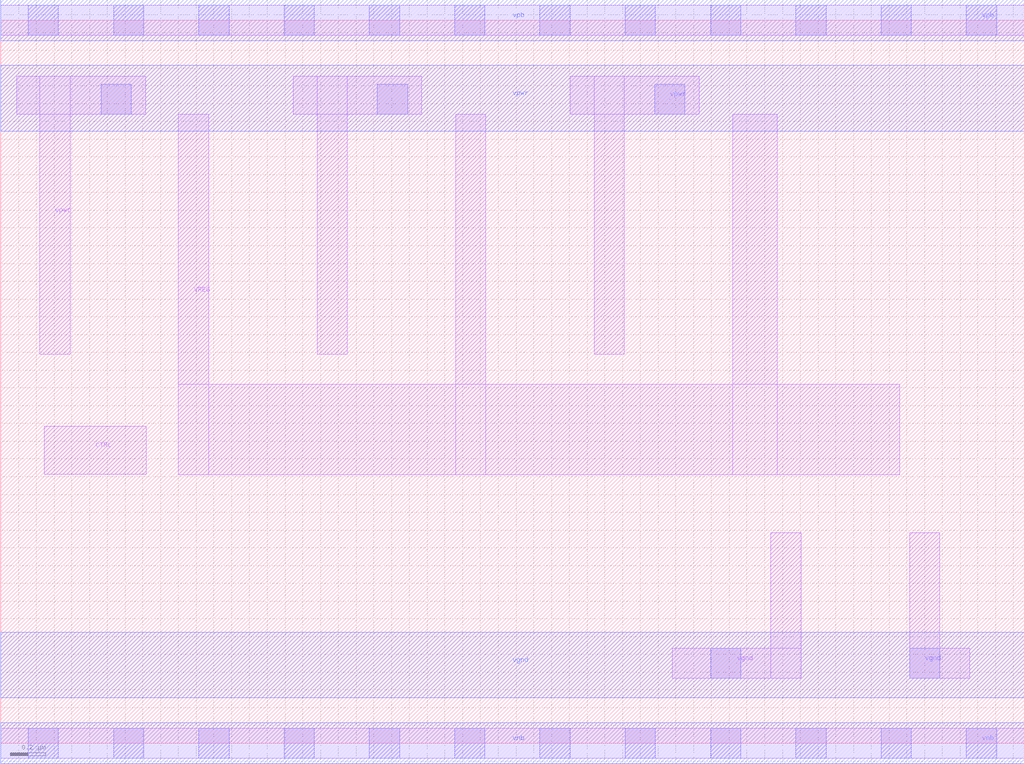
<source format=lef>
VERSION 5.6 ;
BUSBITCHARS "[]" ;
DIVIDERCHAR "/" ;

MACRO PT_UNIT_CELL
  CLASS CORE ;
  ORIGIN 0 0 ;
  FOREIGN PT_UNIT_CELL 0 0 ;
  SIZE 5.76 BY 4.07 ;
  SYMMETRY X Y ;
  SITE unithd ;
  PIN CTRL
    DIRECTION INPUT ;
    USE SIGNAL ;
    PORT
      LAYER li1 ;
        RECT 0.245 1.515 0.82 1.785 ;
    END
  END CTRL
  PIN VREG
    DIRECTION INOUT ;
    USE POWER ;
    PORT
      LAYER li1 ;
        RECT 1 1.51 5.06 2.02 ;
        RECT 4.12 1.51 4.37 3.54 ;
        RECT 2.56 1.51 2.73 3.54 ;
        RECT 1 1.51 1.17 3.54 ;
    END
  END VREG
  PIN vgnd
    DIRECTION INOUT ;
    USE GROUND ;
    PORT
      LAYER met1 ;
        RECT 0 0.255 5.76 0.625 ;
      LAYER li1 ;
        RECT 5.115 0.365 5.455 0.535 ;
        RECT 5.115 0.365 5.285 1.185 ;
        RECT 4.335 0.365 4.505 1.185 ;
        RECT 3.78 0.365 4.505 0.535 ;
      LAYER mcon ;
        RECT 3.995 0.365 4.165 0.535 ;
        RECT 5.115 0.365 5.285 0.535 ;
    END
  END vgnd
  PIN vnb
    DIRECTION INOUT ;
    USE GROUND ;
    PORT
      LAYER met1 ;
        RECT 0 -0.115 5.76 0.115 ;
      LAYER li1 ;
        RECT 0 -0.085 5.76 0.085 ;
      LAYER mcon ;
        RECT 0.155 -0.085 0.325 0.085 ;
        RECT 0.635 -0.085 0.805 0.085 ;
        RECT 1.115 -0.085 1.285 0.085 ;
        RECT 1.595 -0.085 1.765 0.085 ;
        RECT 2.075 -0.085 2.245 0.085 ;
        RECT 2.555 -0.085 2.725 0.085 ;
        RECT 3.035 -0.085 3.205 0.085 ;
        RECT 3.515 -0.085 3.685 0.085 ;
        RECT 3.995 -0.085 4.165 0.085 ;
        RECT 4.475 -0.085 4.645 0.085 ;
        RECT 4.955 -0.085 5.125 0.085 ;
        RECT 5.435 -0.085 5.605 0.085 ;
    END
  END vnb
  PIN vpb
    DIRECTION INOUT ;
    USE POWER ;
    PORT
      LAYER met1 ;
        RECT 0 3.955 5.76 4.185 ;
      LAYER li1 ;
        RECT 0 3.985 5.76 4.155 ;
      LAYER mcon ;
        RECT 0.155 3.985 0.325 4.155 ;
        RECT 0.635 3.985 0.805 4.155 ;
        RECT 1.115 3.985 1.285 4.155 ;
        RECT 1.595 3.985 1.765 4.155 ;
        RECT 2.075 3.985 2.245 4.155 ;
        RECT 2.555 3.985 2.725 4.155 ;
        RECT 3.035 3.985 3.205 4.155 ;
        RECT 3.515 3.985 3.685 4.155 ;
        RECT 3.995 3.985 4.165 4.155 ;
        RECT 4.475 3.985 4.645 4.155 ;
        RECT 4.955 3.985 5.125 4.155 ;
        RECT 5.435 3.985 5.605 4.155 ;
    END
  END vpb
  PIN vpwr
    DIRECTION INOUT ;
    USE POWER ;
    PORT
      LAYER met1 ;
        RECT 0 3.445 5.76 3.815 ;
      LAYER li1 ;
        RECT 3.205 3.54 3.93 3.755 ;
        RECT 3.34 2.19 3.51 3.755 ;
        RECT 1.645 3.54 2.37 3.755 ;
        RECT 1.78 2.19 1.95 3.755 ;
        RECT 0.09 3.54 0.815 3.755 ;
        RECT 0.22 2.19 0.39 3.755 ;
      LAYER mcon ;
        RECT 0.565 3.54 0.735 3.71 ;
        RECT 2.12 3.54 2.29 3.71 ;
        RECT 3.68 3.54 3.85 3.71 ;
    END
  END vpwr
END PT_UNIT_CELL

END LIBRARY

</source>
